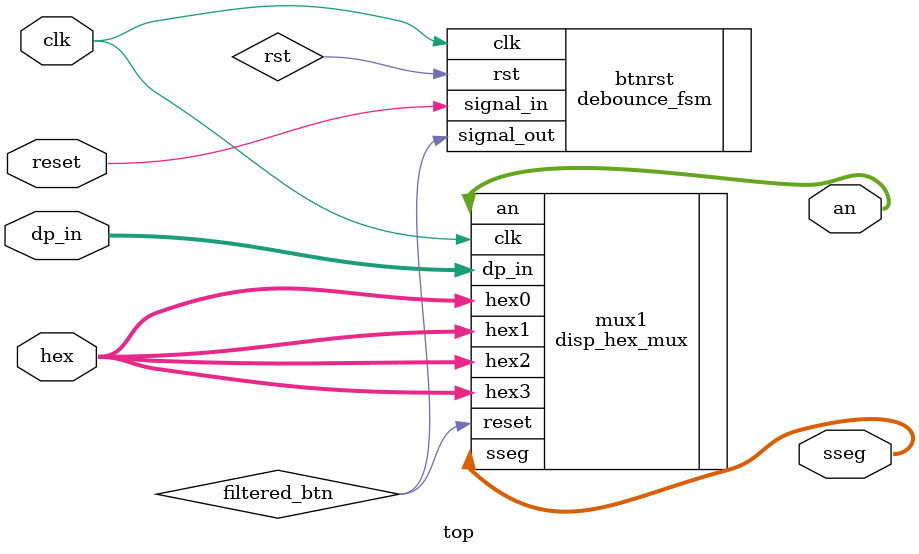
<source format=v>
`include "contador.v"
`include "debounce_fsm.v"

module top #(
    parameter CLK_FREQ_HZ = 12000000,
    parameter CLK_SND = 12000000,
    parameter DEBOUNCE_TIME_MS = 10
) (
    input wire clk, reset,
    input wire [3:0] hex,
    input wire [3:0] dp_in,
    output wire [3:0] an,
    output wire [7:0] sseg
);

wire filtered_btn;

debounce_fsm #(
    .CLK_FREQ_HZ(CLK_FREQ_HZ),
    .DEBOUNCE_TIME_MS(DEBOUNCE_TIME_MS)
) btnrst (
    .clk(clk),
    .rst(rst),
    .signal_in(reset),
    .signal_out(filtered_btn)
);

disp_hex_mux  #(
    .CLK_SND(CLK_SND)
) mux1 (
    .clk(clk),
    .reset(filtered_btn),
    .hex0(hex),
    .hex1(hex),
    .hex2(hex),
    .hex3(hex),
    .dp_in(dp_in),
    .an(an),
    .sseg(sseg)
);

endmodule

</source>
